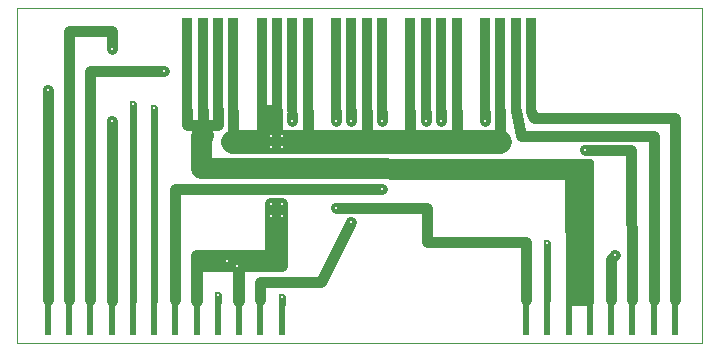
<source format=gbr>
%FSLAX34Y34*%
%MOMM*%
%LNSILK_TOP*%
G71*
G01*
%ADD10C, 0.00*%
%ADD11R, 0.60X3.00*%
%ADD12C, 0.90*%
%ADD13C, 1.80*%
%ADD14C, 2.00*%
%ADD15C, 1.00*%
%ADD16C, 0.90*%
%ADD17C, 0.60*%
%ADD18C, 0.60*%
%ADD19C, 0.80*%
%ADD20R, 0.90X8.00*%
%ADD21C, 0.30*%
%LPD*%
G54D10*
X-580000Y283000D02*
X0Y283000D01*
X0Y0D01*
X-580000Y0D01*
X-580000Y283000D01*
X-554000Y21000D02*
G54D11*
D03*
X-149000Y21000D02*
G54D11*
D03*
X-536000Y21000D02*
G54D11*
D03*
X-518000Y21000D02*
G54D11*
D03*
X-500000Y21000D02*
G54D11*
D03*
X-482000Y21000D02*
G54D11*
D03*
X-464000Y21000D02*
G54D11*
D03*
X-446000Y21000D02*
G54D11*
D03*
X-428000Y21000D02*
G54D11*
D03*
X-410000Y21000D02*
G54D11*
D03*
X-392000Y21000D02*
G54D11*
D03*
X-374000Y21000D02*
G54D11*
D03*
X-356000Y21000D02*
G54D11*
D03*
X-131000Y21000D02*
G54D11*
D03*
X-113000Y21000D02*
G54D11*
D03*
X-95000Y21000D02*
G54D11*
D03*
X-77000Y21000D02*
G54D11*
D03*
X-59000Y21000D02*
G54D11*
D03*
X-41000Y21000D02*
G54D11*
D03*
X-23000Y21000D02*
G54D11*
D03*
G54D12*
X-436000Y197000D02*
X-436000Y184000D01*
X-410000Y184000D01*
X-410000Y198000D01*
G54D12*
X-423000Y197000D02*
X-423000Y176000D01*
G54D13*
X-104000Y44000D02*
X-104000Y147000D01*
X-424000Y148000D01*
X-424000Y175000D01*
X-423000Y176000D01*
G54D14*
X-397000Y170000D02*
X-171000Y170000D01*
G54D12*
X-397000Y196000D02*
X-397000Y170000D01*
G54D12*
X-334000Y196000D02*
X-334000Y171000D01*
G54D12*
X-284000Y196000D02*
X-284000Y171000D01*
G54D12*
X-247000Y196000D02*
X-247000Y171000D01*
G54D12*
X-208000Y196000D02*
X-208000Y171000D01*
G54D12*
X-171000Y197000D02*
X-171000Y170000D01*
G54D12*
X-373000Y197000D02*
X-373000Y171000D01*
X-360000Y171000D01*
X-360000Y197000D01*
X-373000Y197000D01*
G54D12*
X-367000Y197000D02*
X-367000Y171000D01*
G54D15*
X-392000Y35000D02*
X-392000Y73000D01*
X-365000Y73000D01*
X-365000Y117000D01*
G54D15*
X-365000Y117000D02*
X-356000Y117000D01*
G54D12*
X-347000Y194000D02*
X-347000Y188000D01*
G54D12*
X-500000Y188000D02*
X-500000Y35000D01*
X-500000Y188000D02*
G54D16*
D03*
X-347000Y188000D02*
G54D16*
D03*
G54D15*
X-428000Y35000D02*
X-428000Y65000D01*
X-356000Y65000D01*
X-356000Y117000D01*
G54D15*
X-393000Y73000D02*
X-428000Y73000D01*
X-428000Y64000D01*
G54D17*
X-95000Y34000D02*
X-95000Y153000D01*
X-114000Y153000D01*
X-113000Y34000D01*
X-95000Y34000D01*
G54D12*
X-310000Y196000D02*
X-310000Y188000D01*
G54D12*
X-297000Y188000D02*
X-297000Y197000D01*
G54D12*
X-310000Y114000D02*
X-233000Y114000D01*
X-233000Y85000D01*
X-149000Y85000D01*
X-149000Y36000D01*
G54D12*
X-297000Y102000D02*
X-323000Y51000D01*
X-374000Y51000D01*
X-374000Y36000D01*
G54D17*
X-356000Y33000D02*
X-356000Y39000D01*
X-356000Y39000D02*
G54D18*
D03*
G54D12*
X-271000Y195000D02*
X-271000Y188000D01*
G54D12*
X-271000Y130000D02*
X-446000Y130000D01*
X-446000Y36000D01*
X-271000Y188000D02*
G54D16*
D03*
X-271000Y130000D02*
G54D16*
D03*
G54D12*
X-145000Y195000D02*
X-142000Y190000D01*
X-23000Y190000D01*
X-23000Y36000D01*
G54D12*
X-41000Y36000D02*
X-41000Y175000D01*
X-153000Y175000D01*
X-158000Y197000D01*
G54D12*
X-184000Y188000D02*
X-184000Y195000D01*
X-184000Y188000D02*
G54D16*
D03*
G54D12*
X-536000Y36000D02*
X-536000Y264000D01*
X-500000Y264000D01*
X-500000Y248428D01*
X-499786Y248214D01*
X-500000Y248428D02*
G54D19*
D03*
G54D12*
X-234000Y195000D02*
X-234000Y188000D01*
G54D12*
X-221000Y196000D02*
X-221000Y188000D01*
X-234000Y188000D02*
G54D16*
D03*
X-221000Y188000D02*
G54D16*
D03*
G54D12*
X-518000Y36000D02*
X-518000Y230000D01*
X-456000Y230000D01*
X-456000Y230000D02*
G54D16*
D03*
G54D12*
X-554000Y214000D02*
X-554000Y36000D01*
X-554000Y214000D02*
G54D16*
D03*
X-310000Y188000D02*
G54D16*
D03*
G54D12*
X-77000Y36000D02*
X-77000Y71000D01*
X-74000Y74000D01*
X-73959Y74041D02*
G54D16*
D03*
G54D12*
X-99000Y163000D02*
X-60000Y163000D01*
X-59000Y36000D01*
X-98959Y163041D02*
G54D16*
D03*
G54D17*
X-131000Y36000D02*
X-131000Y84000D01*
X-394000Y65000D02*
G54D18*
D03*
X-131000Y84000D02*
G54D18*
D03*
X-402000Y69000D02*
G54D18*
D03*
G54D17*
X-410000Y34000D02*
X-410000Y40000D01*
X-410000Y40000D02*
G54D18*
D03*
G54D17*
X-482000Y35000D02*
X-482000Y202000D01*
X-482000Y202000D02*
G54D18*
D03*
G54D17*
X-464000Y35000D02*
X-464000Y199000D01*
X-464000Y199000D02*
G54D18*
D03*
X-297000Y188000D02*
G54D16*
D03*
X-310000Y114000D02*
G54D16*
D03*
X-297000Y102000D02*
G54D16*
D03*
X-365000Y175000D02*
G54D16*
D03*
X-356000Y175000D02*
G54D16*
D03*
X-365000Y166000D02*
G54D16*
D03*
X-356000Y166000D02*
G54D16*
D03*
X-365000Y107000D02*
G54D16*
D03*
X-356000Y107000D02*
G54D16*
D03*
X-365000Y117000D02*
G54D16*
D03*
X-356000Y117000D02*
G54D16*
D03*
X-145000Y235000D02*
G54D20*
D03*
X-158000Y235000D02*
G54D20*
D03*
X-171000Y235000D02*
G54D20*
D03*
X-184000Y235000D02*
G54D20*
D03*
X-208000Y235000D02*
G54D20*
D03*
X-221000Y235000D02*
G54D20*
D03*
X-234000Y235000D02*
G54D20*
D03*
X-247000Y235000D02*
G54D20*
D03*
X-271000Y235000D02*
G54D20*
D03*
X-284000Y235000D02*
G54D20*
D03*
X-297000Y235000D02*
G54D20*
D03*
X-310000Y235000D02*
G54D20*
D03*
X-334000Y235000D02*
G54D20*
D03*
X-347000Y235000D02*
G54D20*
D03*
X-360000Y235000D02*
G54D20*
D03*
X-373000Y235000D02*
G54D20*
D03*
X-397000Y235000D02*
G54D20*
D03*
X-410000Y235000D02*
G54D20*
D03*
X-423000Y235000D02*
G54D20*
D03*
X-436000Y235000D02*
G54D20*
D03*
%LNAUGENFREISTANZEN*%
%LPC*%
X-395000Y110000D02*
G54D21*
D03*
X-186000Y110000D02*
G54D21*
D03*
X-500000Y188000D02*
G54D21*
D03*
X-347000Y188000D02*
G54D21*
D03*
X-356000Y39000D02*
G54D21*
D03*
X-271000Y188000D02*
G54D21*
D03*
X-271000Y130000D02*
G54D21*
D03*
X-184000Y188000D02*
G54D21*
D03*
X-500000Y248428D02*
G54D21*
D03*
X-234000Y188000D02*
G54D21*
D03*
X-221000Y188000D02*
G54D21*
D03*
X-456000Y230000D02*
G54D21*
D03*
X-554000Y214000D02*
G54D21*
D03*
X-310000Y188000D02*
G54D21*
D03*
X-73959Y74041D02*
G54D21*
D03*
X-98959Y163041D02*
G54D21*
D03*
X-394000Y65000D02*
G54D21*
D03*
X-131000Y84000D02*
G54D21*
D03*
X-402000Y69000D02*
G54D21*
D03*
X-410000Y40000D02*
G54D21*
D03*
X-482000Y202000D02*
G54D21*
D03*
X-464000Y199000D02*
G54D21*
D03*
X-297000Y188000D02*
G54D21*
D03*
X-310000Y114000D02*
G54D21*
D03*
X-297000Y102000D02*
G54D21*
D03*
X-365000Y175000D02*
G54D21*
D03*
X-356000Y175000D02*
G54D21*
D03*
X-365000Y166000D02*
G54D21*
D03*
X-356000Y166000D02*
G54D21*
D03*
X-365000Y107000D02*
G54D21*
D03*
X-356000Y107000D02*
G54D21*
D03*
X-365000Y117000D02*
G54D21*
D03*
X-356000Y117000D02*
G54D21*
D03*
M02*

</source>
